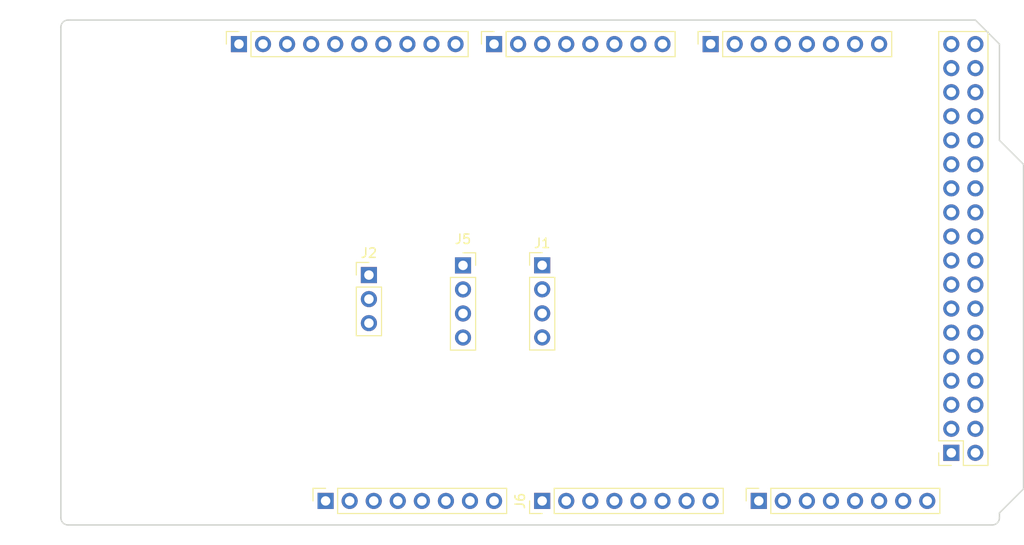
<source format=kicad_pcb>
(kicad_pcb (version 20221018) (generator pcbnew)
  (title_block (date "mar. 31 mars 2015"))
  (layers (0 "F.Cu" signal) (31 "B.Cu" signal) (34 "B.Paste" user) (35 "F.Paste" user) (36 "B.SilkS" user "B.Silkscreen") (37 "F.SilkS" user "F.Silkscreen") (38 "B.Mask" user) (39 "F.Mask" user) (44 "Edge.Cuts" user))
  (net 0 "")
  (net 1 "GND")
  (net 2 "/*52")
  (net 3 "/53")
  (net 4 "/50")
  (net 5 "/51")
  (net 6 "/48")
  (net 7 "/49")
  (net 8 "/*46")
  (net 9 "/47")
  (net 10 "/*44")
  (net 11 "/*45")
  (net 12 "/42")
  (net 13 "/43")
  (net 14 "/40")
  (net 15 "/41")
  (net 16 "/38")
  (net 17 "/39")
  (net 18 "/36")
  (net 19 "/37")
  (net 20 "/34")
  (net 21 "/35")
  (net 22 "/32")
  (net 23 "/33")
  (net 24 "/30")
  (net 25 "/31")
  (net 26 "/28")
  (net 27 "/29")
  (net 28 "/26")
  (net 29 "/27")
  (net 30 "/24")
  (net 31 "/25")
  (net 32 "/22")
  (net 33 "/23")
  (net 34 "+5V")
  (net 35 "/IOREF")
  (net 36 "/A0")
  (net 37 "/A1")
  (net 38 "/A2")
  (net 39 "/A3")
  (net 40 "/A4")
  (net 41 "/A5")
  (net 42 "/A6")
  (net 43 "/A7")
  (net 44 "/A8")
  (net 45 "/A9")
  (net 46 "/A10")
  (net 47 "/A11")
  (net 48 "/A12")
  (net 49 "/A13")
  (net 50 "/A14")
  (net 51 "/A15")
  (net 52 "/AREF")
  (net 53 "/*13")
  (net 54 "/*12")
  (net 55 "/*11")
  (net 56 "/*10")
  (net 57 "/*9")
  (net 58 "/*8")
  (net 59 "/*7")
  (net 60 "/*6")
  (net 61 "/*5")
  (net 62 "/*4")
  (net 63 "/*3")
  (net 64 "/*2")
  (net 65 "/TX0{slash}1")
  (net 66 "/RX0{slash}0")
  (net 67 "+3V3")
  (net 68 "/TX3{slash}14")
  (net 69 "/RX3{slash}15")
  (net 70 "/TX2{slash}16")
  (net 71 "/RX2{slash}17")
  (net 72 "/TX1{slash}18")
  (net 73 "/RX1{slash}19")
  (net 74 "/SDA{slash}20")
  (net 75 "/SCL{slash}21")
  (net 76 "VCC")
  (net 77 "/~{RESET}")
  (footprint "Connector_PinSocket_2.54mm:PinSocket_2x18_P2.54mm_Vertical" (layer "F.Cu") (at 193.98 92.38 180)
    (fp_text reference "J10" hide)
    (fp_text value "Digital")
    (fp_line (start -3.87 -1.33) (end -3.87 44.51) (stroke (width 0.12)) (layer "F.SilkS"))
    (fp_line (start -3.87 -1.33) (end -1.27 -1.33) (stroke (width 0.12)) (layer "F.SilkS"))
    (fp_line (start -3.87 44.51) (end 1.33 44.51) (stroke (width 0.12)) (layer "F.SilkS"))
    (fp_line (start -1.27 -1.33) (end -1.27 1.27) (stroke (width 0.12)) (layer "F.SilkS"))
    (fp_line (start -1.27 1.27) (end 1.33 1.27) (stroke (width 0.12)) (layer "F.SilkS"))
    (fp_line (start 0 -1.33) (end 1.33 -1.33) (stroke (width 0.12)) (layer "F.SilkS"))
    (fp_line (start 1.33 -1.33) (end 1.33 0) (stroke (width 0.12)) (layer "F.SilkS"))
    (fp_line (start 1.33 1.27) (end 1.33 44.51) (stroke (width 0.12)) (layer "F.SilkS"))
    (pad "1" thru_hole rect locked (at 0 0 180) (size 1.7 1.7) (drill 1) (layers "*.Cu" "*.Mask") (net 1 "GND"))
    (pad "2" thru_hole oval locked (at -2.54 0 180) (size 1.7 1.7) (drill 1) (layers "*.Cu" "*.Mask") (net 1 "GND"))
    (pad "3" thru_hole oval locked (at 0 2.54 180) (size 1.7 1.7) (drill 1) (layers "*.Cu" "*.Mask") (net 2 "/*52"))
    (pad "4" thru_hole oval locked (at -2.54 2.54 180) (size 1.7 1.7) (drill 1) (layers "*.Cu" "*.Mask") (net 3 "/53"))
    (pad "5" thru_hole oval locked (at 0 5.08 180) (size 1.7 1.7) (drill 1) (layers "*.Cu" "*.Mask") (net 4 "/50"))
    (pad "6" thru_hole oval locked (at -2.54 5.08 180) (size 1.7 1.7) (drill 1) (layers "*.Cu" "*.Mask") (net 5 "/51"))
    (pad "7" thru_hole oval locked (at 0 7.62 180) (size 1.7 1.7) (drill 1) (layers "*.Cu" "*.Mask") (net 6 "/48"))
    (pad "8" thru_hole oval locked (at -2.54 7.62 180) (size 1.7 1.7) (drill 1) (layers "*.Cu" "*.Mask") (net 7 "/49"))
    (pad "9" thru_hole oval locked (at 0 10.16 180) (size 1.7 1.7) (drill 1) (layers "*.Cu" "*.Mask") (net 8 "/*46"))
    (pad "10" thru_hole oval locked (at -2.54 10.16 180) (size 1.7 1.7) (drill 1) (layers "*.Cu" "*.Mask") (net 9 "/47"))
    (pad "11" thru_hole oval locked (at 0 12.7 180) (size 1.7 1.7) (drill 1) (layers "*.Cu" "*.Mask") (net 10 "/*44"))
    (pad "12" thru_hole oval locked (at -2.54 12.7 180) (size 1.7 1.7) (drill 1) (layers "*.Cu" "*.Mask") (net 11 "/*45"))
    (pad "13" thru_hole oval locked (at 0 15.24 180) (size 1.7 1.7) (drill 1) (layers "*.Cu" "*.Mask") (net 12 "/42"))
    (pad "14" thru_hole oval locked (at -2.54 15.24 180) (size 1.7 1.7) (drill 1) (layers "*.Cu" "*.Mask") (net 13 "/43"))
    (pad "15" thru_hole oval locked (at 0 17.78 180) (size 1.7 1.7) (drill 1) (layers "*.Cu" "*.Mask") (net 14 "/40"))
    (pad "16" thru_hole oval locked (at -2.54 17.78 180) (size 1.7 1.7) (drill 1) (layers "*.Cu" "*.Mask") (net 15 "/41"))
    (pad "17" thru_hole oval locked (at 0 20.32 180) (size 1.7 1.7) (drill 1) (layers "*.Cu" "*.Mask") (net 16 "/38"))
    (pad "18" thru_hole oval locked (at -2.54 20.32 180) (size 1.7 1.7) (drill 1) (layers "*.Cu" "*.Mask") (net 17 "/39"))
    (pad "19" thru_hole oval locked (at 0 22.86 180) (size 1.7 1.7) (drill 1) (layers "*.Cu" "*.Mask") (net 18 "/36"))
    (pad "20" thru_hole oval locked (at -2.54 22.86 180) (size 1.7 1.7) (drill 1) (layers "*.Cu" "*.Mask") (net 19 "/37"))
    (pad "21" thru_hole oval locked (at 0 25.4 180) (size 1.7 1.7) (drill 1) (layers "*.Cu" "*.Mask") (net 20 "/34"))
    (pad "22" thru_hole oval locked (at -2.54 25.4 180) (size 1.7 1.7) (drill 1) (layers "*.Cu" "*.Mask") (net 21 "/35"))
    (pad "23" thru_hole oval locked (at 0 27.94 180) (size 1.7 1.7) (drill 1) (layers "*.Cu" "*.Mask") (net 22 "/32"))
    (pad "24" thru_hole oval locked (at -2.54 27.94 180) (size 1.7 1.7) (drill 1) (layers "*.Cu" "*.Mask") (net 23 "/33"))
    (pad "25" thru_hole oval locked (at 0 30.48 180) (size 1.7 1.7) (drill 1) (layers "*.Cu" "*.Mask") (net 24 "/30"))
    (pad "26" thru_hole oval locked (at -2.54 30.48 180) (size 1.7 1.7) (drill 1) (layers "*.Cu" "*.Mask") (net 25 "/31"))
    (pad "27" thru_hole oval locked (at 0 33.02 180) (size 1.7 1.7) (drill 1) (layers "*.Cu" "*.Mask") (net 26 "/28"))
    (pad "28" thru_hole oval locked (at -2.54 33.02 180) (size 1.7 1.7) (drill 1) (layers "*.Cu" "*.Mask") (net 27 "/29"))
    (pad "29" thru_hole oval locked (at 0 35.56 180) (size 1.7 1.7) (drill 1) (layers "*.Cu" "*.Mask") (net 28 "/26"))
    (pad "30" thru_hole oval locked (at -2.54 35.56 180) (size 1.7 1.7) (drill 1) (layers "*.Cu" "*.Mask") (net 29 "/27"))
    (pad "31" thru_hole oval locked (at 0 38.1 180) (size 1.7 1.7) (drill 1) (layers "*.Cu" "*.Mask") (net 30 "/24"))
    (pad "32" thru_hole oval locked (at -2.54 38.1 180) (size 1.7 1.7) (drill 1) (layers "*.Cu" "*.Mask") (net 31 "/25"))
    (pad "33" thru_hole oval locked (at 0 40.64 180) (size 1.7 1.7) (drill 1) (layers "*.Cu" "*.Mask") (net 32 "/22"))
    (pad "34" thru_hole oval locked (at -2.54 40.64 180) (size 1.7 1.7) (drill 1) (layers "*.Cu" "*.Mask") (net 33 "/23"))
    (pad "35" thru_hole oval locked (at 0 43.18 180) (size 1.7 1.7) (drill 1) (layers "*.Cu" "*.Mask") (net 34 "+5V"))
    (pad "36" thru_hole oval locked (at -2.54 43.18 180) (size 1.7 1.7) (drill 1) (layers "*.Cu" "*.Mask") (net 34 "+5V"))
  )
  (footprint "Connector_PinSocket_2.54mm:PinSocket_1x08_P2.54mm_Vertical" (layer "F.Cu") (at 127.94 97.46 90)
    (fp_text reference "J4" hide)
    (fp_text value "Power")
    (fp_line (start -1.33 1.27) (end -1.33 19.11) (stroke (width 0.12)) (layer "F.SilkS"))
    (fp_line (start -1.33 1.27) (end 1.33 1.27) (stroke (width 0.12)) (layer "F.SilkS"))
    (fp_line (start -1.33 19.11) (end 1.33 19.11) (stroke (width 0.12)) (layer "F.SilkS"))
    (fp_line (start 0 -1.33) (end 1.33 -1.33) (stroke (width 0.12)) (layer "F.SilkS"))
    (fp_line (start 1.33 -1.33) (end 1.33 0) (stroke (width 0.12)) (layer "F.SilkS"))
    (fp_line (start 1.33 1.27) (end 1.33 19.11) (stroke (width 0.12)) (layer "F.SilkS"))
    (pad "1" thru_hole rect locked (at 0 0 90) (size 1.7 1.7) (drill 1) (layers "*.Cu" "*.Mask"))
    (pad "2" thru_hole oval locked (at 0 2.54 90) (size 1.7 1.7) (drill 1) (layers "*.Cu" "*.Mask") (net 35 "/IOREF"))
    (pad "3" thru_hole oval locked (at 0 5.08 90) (size 1.7 1.7) (drill 1) (layers "*.Cu" "*.Mask") (net 77 "/~{RESET}"))
    (pad "4" thru_hole oval locked (at 0 7.62 90) (size 1.7 1.7) (drill 1) (layers "*.Cu" "*.Mask") (net 67 "+3V3"))
    (pad "5" thru_hole oval locked (at 0 10.16 90) (size 1.7 1.7) (drill 1) (layers "*.Cu" "*.Mask") (net 34 "+5V"))
    (pad "6" thru_hole oval locked (at 0 12.7 90) (size 1.7 1.7) (drill 1) (layers "*.Cu" "*.Mask") (net 1 "GND"))
    (pad "7" thru_hole oval locked (at 0 15.24 90) (size 1.7 1.7) (drill 1) (layers "*.Cu" "*.Mask") (net 1 "GND"))
    (pad "8" thru_hole oval locked (at 0 17.78 90) (size 1.7 1.7) (drill 1) (layers "*.Cu" "*.Mask") (net 76 "VCC"))
  )
  (footprint "Connector_PinHeader_2.54mm:PinHeader_1x08_P2.54mm_Vertical" (layer "F.Cu") (at 150.8 97.46 90)
    (fp_text reference "J6" (at 0 -2.33 90) (layer "F.SilkS"))
    (fp_text value "Analog")
    (fp_line (start -1.33 -1.33) (end 0 -1.33) (stroke (width 0.12)) (layer "F.SilkS"))
    (fp_line (start -1.33 0) (end -1.33 -1.33) (stroke (width 0.12)) (layer "F.SilkS"))
    (fp_line (start -1.33 1.27) (end -1.33 19.11) (stroke (width 0.12)) (layer "F.SilkS"))
    (fp_line (start -1.33 1.27) (end 1.33 1.27) (stroke (width 0.12)) (layer "F.SilkS"))
    (fp_line (start -1.33 19.11) (end 1.33 19.11) (stroke (width 0.12)) (layer "F.SilkS"))
    (fp_line (start 1.33 1.27) (end 1.33 19.11) (stroke (width 0.12)) (layer "F.SilkS"))
    (pad "1" thru_hole rect locked (at 0 0 90) (size 1.7 1.7) (drill 1) (layers "*.Cu" "*.Mask") (net 36 "/A0"))
    (pad "2" thru_hole oval locked (at 0 2.54 90) (size 1.7 1.7) (drill 1) (layers "*.Cu" "*.Mask") (net 37 "/A1"))
    (pad "3" thru_hole oval locked (at 0 5.08 90) (size 1.7 1.7) (drill 1) (layers "*.Cu" "*.Mask") (net 38 "/A2"))
    (pad "4" thru_hole oval locked (at 0 7.62 90) (size 1.7 1.7) (drill 1) (layers "*.Cu" "*.Mask") (net 39 "/A3"))
    (pad "5" thru_hole oval locked (at 0 10.16 90) (size 1.7 1.7) (drill 1) (layers "*.Cu" "*.Mask") (net 40 "/A4"))
    (pad "6" thru_hole oval locked (at 0 12.7 90) (size 1.7 1.7) (drill 1) (layers "*.Cu" "*.Mask") (net 41 "/A5"))
    (pad "7" thru_hole oval locked (at 0 15.24 90) (size 1.7 1.7) (drill 1) (layers "*.Cu" "*.Mask") (net 42 "/A6"))
    (pad "8" thru_hole oval locked (at 0 17.78 90) (size 1.7 1.7) (drill 1) (layers "*.Cu" "*.Mask") (net 43 "/A7"))
  )
  (footprint "Connector_PinSocket_2.54mm:PinSocket_1x08_P2.54mm_Vertical" (layer "F.Cu") (at 173.66 97.46 90)
    (fp_text reference "J8" hide)
    (fp_text value "Analog")
    (fp_line (start -1.33 1.27) (end -1.33 19.11) (stroke (width 0.12)) (layer "F.SilkS"))
    (fp_line (start -1.33 1.27) (end 1.33 1.27) (stroke (width 0.12)) (layer "F.SilkS"))
    (fp_line (start -1.33 19.11) (end 1.33 19.11) (stroke (width 0.12)) (layer "F.SilkS"))
    (fp_line (start 0 -1.33) (end 1.33 -1.33) (stroke (width 0.12)) (layer "F.SilkS"))
    (fp_line (start 1.33 -1.33) (end 1.33 0) (stroke (width 0.12)) (layer "F.SilkS"))
    (fp_line (start 1.33 1.27) (end 1.33 19.11) (stroke (width 0.12)) (layer "F.SilkS"))
    (pad "1" thru_hole rect locked (at 0 0 90) (size 1.7 1.7) (drill 1) (layers "*.Cu" "*.Mask") (net 44 "/A8"))
    (pad "2" thru_hole oval locked (at 0 2.54 90) (size 1.7 1.7) (drill 1) (layers "*.Cu" "*.Mask") (net 45 "/A9"))
    (pad "3" thru_hole oval locked (at 0 5.08 90) (size 1.7 1.7) (drill 1) (layers "*.Cu" "*.Mask") (net 46 "/A10"))
    (pad "4" thru_hole oval locked (at 0 7.62 90) (size 1.7 1.7) (drill 1) (layers "*.Cu" "*.Mask") (net 47 "/A11"))
    (pad "5" thru_hole oval locked (at 0 10.16 90) (size 1.7 1.7) (drill 1) (layers "*.Cu" "*.Mask") (net 48 "/A12"))
    (pad "6" thru_hole oval locked (at 0 12.7 90) (size 1.7 1.7) (drill 1) (layers "*.Cu" "*.Mask") (net 49 "/A13"))
    (pad "7" thru_hole oval locked (at 0 15.24 90) (size 1.7 1.7) (drill 1) (layers "*.Cu" "*.Mask") (net 50 "/A14"))
    (pad "8" thru_hole oval locked (at 0 17.78 90) (size 1.7 1.7) (drill 1) (layers "*.Cu" "*.Mask") (net 51 "/A15"))
  )
  (footprint "Connector_PinSocket_2.54mm:PinSocket_1x10_P2.54mm_Vertical" (layer "F.Cu") (at 118.796 49.2 90)
    (fp_text reference "J3" hide)
    (fp_text value "PWM")
    (fp_line (start -1.33 1.27) (end -1.33 24.19) (stroke (width 0.12)) (layer "F.SilkS"))
    (fp_line (start -1.33 1.27) (end 1.33 1.27) (stroke (width 0.12)) (layer "F.SilkS"))
    (fp_line (start -1.33 24.19) (end 1.33 24.19) (stroke (width 0.12)) (layer "F.SilkS"))
    (fp_line (start 0 -1.33) (end 1.33 -1.33) (stroke (width 0.12)) (layer "F.SilkS"))
    (fp_line (start 1.33 -1.33) (end 1.33 0) (stroke (width 0.12)) (layer "F.SilkS"))
    (fp_line (start 1.33 1.27) (end 1.33 24.19) (stroke (width 0.12)) (layer "F.SilkS"))
    (pad "1" thru_hole rect locked (at 0 0 90) (size 1.7 1.7) (drill 1) (layers "*.Cu" "*.Mask") (net 75 "/SCL{slash}21"))
    (pad "2" thru_hole oval locked (at 0 2.54 90) (size 1.7 1.7) (drill 1) (layers "*.Cu" "*.Mask") (net 74 "/SDA{slash}20"))
    (pad "3" thru_hole oval locked (at 0 5.08 90) (size 1.7 1.7) (drill 1) (layers "*.Cu" "*.Mask") (net 52 "/AREF"))
    (pad "4" thru_hole oval locked (at 0 7.62 90) (size 1.7 1.7) (drill 1) (layers "*.Cu" "*.Mask") (net 1 "GND"))
    (pad "5" thru_hole oval locked (at 0 10.16 90) (size 1.7 1.7) (drill 1) (layers "*.Cu" "*.Mask") (net 53 "/*13"))
    (pad "6" thru_hole oval locked (at 0 12.7 90) (size 1.7 1.7) (drill 1) (layers "*.Cu" "*.Mask") (net 54 "/*12"))
    (pad "7" thru_hole oval locked (at 0 15.24 90) (size 1.7 1.7) (drill 1) (layers "*.Cu" "*.Mask") (net 55 "/*11"))
    (pad "8" thru_hole oval locked (at 0 17.78 90) (size 1.7 1.7) (drill 1) (layers "*.Cu" "*.Mask") (net 56 "/*10"))
    (pad "9" thru_hole oval locked (at 0 20.32 90) (size 1.7 1.7) (drill 1) (layers "*.Cu" "*.Mask") (net 57 "/*9"))
    (pad "10" thru_hole oval locked (at 0 22.86 90) (size 1.7 1.7) (drill 1) (layers "*.Cu" "*.Mask") (net 58 "/*8"))
  )
  (footprint "Connector_PinSocket_2.54mm:PinSocket_1x08_P2.54mm_Vertical" (layer "F.Cu") (at 145.72 49.2 90)
    (fp_text reference "J7" hide)
    (fp_text value "PWM")
    (fp_line (start -1.33 1.27) (end -1.33 19.11) (stroke (width 0.12)) (layer "F.SilkS"))
    (fp_line (start -1.33 1.27) (end 1.33 1.27) (stroke (width 0.12)) (layer "F.SilkS"))
    (fp_line (start -1.33 19.11) (end 1.33 19.11) (stroke (width 0.12)) (layer "F.SilkS"))
    (fp_line (start 0 -1.33) (end 1.33 -1.33) (stroke (width 0.12)) (layer "F.SilkS"))
    (fp_line (start 1.33 -1.33) (end 1.33 0) (stroke (width 0.12)) (layer "F.SilkS"))
    (fp_line (start 1.33 1.27) (end 1.33 19.11) (stroke (width 0.12)) (layer "F.SilkS"))
    (pad "1" thru_hole rect locked (at 0 0 90) (size 1.7 1.7) (drill 1) (layers "*.Cu" "*.Mask") (net 59 "/*7"))
    (pad "2" thru_hole oval locked (at 0 2.54 90) (size 1.7 1.7) (drill 1) (layers "*.Cu" "*.Mask") (net 60 "/*6"))
    (pad "3" thru_hole oval locked (at 0 5.08 90) (size 1.7 1.7) (drill 1) (layers "*.Cu" "*.Mask") (net 61 "/*5"))
    (pad "4" thru_hole oval locked (at 0 7.62 90) (size 1.7 1.7) (drill 1) (layers "*.Cu" "*.Mask") (net 62 "/*4"))
    (pad "5" thru_hole oval locked (at 0 10.16 90) (size 1.7 1.7) (drill 1) (layers "*.Cu" "*.Mask") (net 63 "/*3"))
    (pad "6" thru_hole oval locked (at 0 12.7 90) (size 1.7 1.7) (drill 1) (layers "*.Cu" "*.Mask") (net 64 "/*2"))
    (pad "7" thru_hole oval locked (at 0 15.24 90) (size 1.7 1.7) (drill 1) (layers "*.Cu" "*.Mask") (net 65 "/TX0{slash}1"))
    (pad "8" thru_hole oval locked (at 0 17.78 90) (size 1.7 1.7) (drill 1) (layers "*.Cu" "*.Mask") (net 66 "/RX0{slash}0"))
  )
  (footprint "Connector_PinSocket_2.54mm:PinSocket_1x08_P2.54mm_Vertical" (layer "F.Cu") (at 168.58 49.2 90)
    (fp_text reference "J9" hide)
    (fp_text value "Communication")
    (fp_line (start -1.33 1.27) (end -1.33 19.11) (stroke (width 0.12)) (layer "F.SilkS"))
    (fp_line (start -1.33 1.27) (end 1.33 1.27) (stroke (width 0.12)) (layer "F.SilkS"))
    (fp_line (start -1.33 19.11) (end 1.33 19.11) (stroke (width 0.12)) (layer "F.SilkS"))
    (fp_line (start 0 -1.33) (end 1.33 -1.33) (stroke (width 0.12)) (layer "F.SilkS"))
    (fp_line (start 1.33 -1.33) (end 1.33 0) (stroke (width 0.12)) (layer "F.SilkS"))
    (fp_line (start 1.33 1.27) (end 1.33 19.11) (stroke (width 0.12)) (layer "F.SilkS"))
    (pad "1" thru_hole rect locked (at 0 0 90) (size 1.7 1.7) (drill 1) (layers "*.Cu" "*.Mask") (net 68 "/TX3{slash}14"))
    (pad "2" thru_hole oval locked (at 0 2.54 90) (size 1.7 1.7) (drill 1) (layers "*.Cu" "*.Mask") (net 69 "/RX3{slash}15"))
    (pad "3" thru_hole oval locked (at 0 5.08 90) (size 1.7 1.7) (drill 1) (layers "*.Cu" "*.Mask") (net 70 "/TX2{slash}16"))
    (pad "4" thru_hole oval locked (at 0 7.62 90) (size 1.7 1.7) (drill 1) (layers "*.Cu" "*.Mask") (net 71 "/RX2{slash}17"))
    (pad "5" thru_hole oval locked (at 0 10.16 90) (size 1.7 1.7) (drill 1) (layers "*.Cu" "*.Mask") (net 72 "/TX1{slash}18"))
    (pad "6" thru_hole oval locked (at 0 12.7 90) (size 1.7 1.7) (drill 1) (layers "*.Cu" "*.Mask") (net 73 "/RX1{slash}19"))
    (pad "7" thru_hole oval locked (at 0 15.24 90) (size 1.7 1.7) (drill 1) (layers "*.Cu" "*.Mask") (net 74 "/SDA{slash}20"))
    (pad "8" thru_hole oval locked (at 0 17.78 90) (size 1.7 1.7) (drill 1) (layers "*.Cu" "*.Mask") (net 75 "/SCL{slash}21"))
  )
  (footprint "Arduino_MountingHole:MountingHole_3.2mm" (layer "F.Cu") (at 196.52 97.46)
    (fp_text reference "MH6" hide)
    (fp_text value "MountingHole_3.2mm" hide)
    (pad "" np_thru_hole circle locked (at 0 0) (size 3.2 3.2) (drill 3.2) (layers "*.Cu" "*.Mask"))
  )
  (footprint "Connector_PinSocket_2.54mm:PinSocket_1x04_P2.54mm_Vertical" (layer "F.Cu") (at 142.443 72.578)
    (fp_text reference "J5" (at 0 -2.77) (layer "F.SilkS"))
    (fp_text value "MPU_6050")
    (fp_line (start -1.33 1.27) (end -1.33 8.95) (stroke (width 0.12)) (layer "F.SilkS"))
    (fp_line (start -1.33 1.27) (end 1.33 1.27) (stroke (width 0.12)) (layer "F.SilkS"))
    (fp_line (start -1.33 8.95) (end 1.33 8.95) (stroke (width 0.12)) (layer "F.SilkS"))
    (fp_line (start 0 -1.33) (end 1.33 -1.33) (stroke (width 0.12)) (layer "F.SilkS"))
    (fp_line (start 1.33 -1.33) (end 1.33 0) (stroke (width 0.12)) (layer "F.SilkS"))
    (fp_line (start 1.33 1.27) (end 1.33 8.95) (stroke (width 0.12)) (layer "F.SilkS"))
    (pad "1" thru_hole rect (at 0 0) (size 1.7 1.7) (drill 1) (layers "*.Cu" "*.Mask") (net 34 "+5V"))
    (pad "2" thru_hole oval (at 0 2.54) (size 1.7 1.7) (drill 1) (layers "*.Cu" "*.Mask") (net 1 "GND"))
    (pad "3" thru_hole oval (at 0 5.08) (size 1.7 1.7) (drill 1) (layers "*.Cu" "*.Mask") (net 75 "/SCL{slash}21"))
    (pad "4" thru_hole oval (at 0 7.62) (size 1.7 1.7) (drill 1) (layers "*.Cu" "*.Mask") (net 74 "/SDA{slash}20"))
  )
  (footprint "Connector_PinHeader_2.54mm:PinHeader_1x03_P2.54mm_Vertical" (layer "F.Cu") (at 132.512 73.599)
    (fp_text reference "J2" (at 0 -2.33) (layer "F.SilkS"))
    (fp_text value "CurrentSensor")
    (fp_line (start -1.33 -1.33) (end 0 -1.33) (stroke (width 0.12)) (layer "F.SilkS"))
    (fp_line (start -1.33 0) (end -1.33 -1.33) (stroke (width 0.12)) (layer "F.SilkS"))
    (fp_line (start -1.33 1.27) (end -1.33 6.41) (stroke (width 0.12)) (layer "F.SilkS"))
    (fp_line (start -1.33 1.27) (end 1.33 1.27) (stroke (width 0.12)) (layer "F.SilkS"))
    (fp_line (start -1.33 6.41) (end 1.33 6.41) (stroke (width 0.12)) (layer "F.SilkS"))
    (fp_line (start 1.33 1.27) (end 1.33 6.41) (stroke (width 0.12)) (layer "F.SilkS"))
    (pad "1" thru_hole rect (at 0 0) (size 1.7 1.7) (drill 1) (layers "*.Cu" "*.Mask") (net 34 "+5V"))
    (pad "2" thru_hole oval (at 0 2.54) (size 1.7 1.7) (drill 1) (layers "*.Cu" "*.Mask") (net 36 "/A0"))
    (pad "3" thru_hole oval (at 0 5.08) (size 1.7 1.7) (drill 1) (layers "*.Cu" "*.Mask") (net 1 "GND"))
  )
  (footprint "Arduino_MountingHole:MountingHole_3.2mm" (layer "F.Cu") (at 115.24 49.2)
    (fp_text reference "MH1" hide)
    (fp_text value "MountingHole_3.2mm" hide)
    (pad "" np_thru_hole circle locked (at 0 0) (size 3.2 3.2) (drill 3.2) (layers "*.Cu" "*.Mask"))
  )
  (footprint "Connector_PinHeader_2.54mm:PinHeader_1x04_P2.54mm_Vertical" (layer "F.Cu") (at 150.8 72.568)
    (fp_text reference "J1" (at 0 -2.33) (layer "F.SilkS"))
    (fp_text value "GPS")
    (fp_line (start -1.33 -1.33) (end 0 -1.33) (stroke (width 0.12)) (layer "F.SilkS"))
    (fp_line (start -1.33 0) (end -1.33 -1.33) (stroke (width 0.12)) (layer "F.SilkS"))
    (fp_line (start -1.33 1.27) (end -1.33 8.95) (stroke (width 0.12)) (layer "F.SilkS"))
    (fp_line (start -1.33 1.27) (end 1.33 1.27) (stroke (width 0.12)) (layer "F.SilkS"))
    (fp_line (start -1.33 8.95) (end 1.33 8.95) (stroke (width 0.12)) (layer "F.SilkS"))
    (fp_line (start 1.33 1.27) (end 1.33 8.95) (stroke (width 0.12)) (layer "F.SilkS"))
    (pad "1" thru_hole rect (at 0 0) (size 1.7 1.7) (drill 1) (layers "*.Cu" "*.Mask") (net 34 "+5V"))
    (pad "2" thru_hole oval (at 0 2.54) (size 1.7 1.7) (drill 1) (layers "*.Cu" "*.Mask") (net 72 "/TX1{slash}18"))
    (pad "3" thru_hole oval (at 0 5.08) (size 1.7 1.7) (drill 1) (layers "*.Cu" "*.Mask") (net 73 "/RX1{slash}19"))
    (pad "4" thru_hole oval (at 0 7.62) (size 1.7 1.7) (drill 1) (layers "*.Cu" "*.Mask") (net 1 "GND"))
  )
  (footprint "Arduino_MountingHole:MountingHole_3.2mm" (layer "F.Cu") (at 113.97 97.46)
    (fp_text reference "MH2" hide)
    (fp_text value "MountingHole_3.2mm" hide)
    (pad "" np_thru_hole circle locked (at 0 0) (size 3.2 3.2) (drill 3.2) (layers "*.Cu" "*.Mask"))
  )
  (footprint "Arduino_MountingHole:MountingHole_3.2mm" (layer "F.Cu") (at 166.04 64.44)
    (fp_text reference "MH3" hide)
    (fp_text value "MountingHole_3.2mm" hide)
    (pad "" np_thru_hole circle locked (at 0 0) (size 3.2 3.2) (drill 3.2) (layers "*.Cu" "*.Mask"))
  )
  (footprint "Arduino_MountingHole:MountingHole_3.2mm" (layer "F.Cu") (at 166.04 92.38)
    (fp_text reference "MH4" hide)
    (fp_text value "MountingHole_3.2mm" hide)
    (pad "" np_thru_hole circle locked (at 0 0) (size 3.2 3.2) (drill 3.2) (layers "*.Cu" "*.Mask"))
  )
  (footprint "Arduino_MountingHole:MountingHole_3.2mm" (layer "F.Cu") (at 190.17 49.2)
    (fp_text reference "MH5" hide)
    (fp_text value "MountingHole_3.2mm" hide)
    (pad "" np_thru_hole circle locked (at 0 0) (size 3.2 3.2) (drill 3.2) (layers "*.Cu" "*.Mask"))
  )
  (gr_line (start 199.06 59.36) (end 201.6 61.9) (stroke (width 0.15)) (layer "Edge.Cuts"))
  (gr_line (start 100 99.238) (end 100 47.422) (stroke (width 0.15)) (layer "Edge.Cuts"))
  (gr_line (start 201.6 61.9) (end 201.6 96.19) (stroke (width 0.15)) (layer "Edge.Cuts"))
  (gr_line (start 198.298 100) (end 100.762 100) (stroke (width 0.15)) (layer "Edge.Cuts"))
  (gr_line (start 100.762 46.66) (end 196.52 46.66) (stroke (width 0.15)) (layer "Edge.Cuts"))
  (gr_arc (start 100.762 100) (mid 100.223185 99.776815) (end 100 99.238) (stroke (width 0.15)) (layer "Edge.Cuts"))
  (gr_line (start 201.6 96.19) (end 199.06 98.73) (stroke (width 0.15)) (layer "Edge.Cuts"))
  (gr_line (start 196.52 46.66) (end 199.06 49.2) (stroke (width 0.15)) (layer "Edge.Cuts"))
  (gr_arc (start 199.06 99.238) (mid 198.836815 99.776815) (end 198.298 100) (stroke (width 0.15)) (layer "Edge.Cuts"))
  (gr_line (start 199.06 49.2) (end 199.06 59.36) (stroke (width 0.15)) (layer "Edge.Cuts"))
  (gr_line (start 199.06 98.73) (end 199.06 99.238) (stroke (width 0.15)) (layer "Edge.Cuts"))
  (gr_arc (start 100 47.422) (mid 100.223185 46.883185) (end 100.762 46.66) (stroke (width 0.15)) (layer "Edge.Cuts"))
)
</source>
